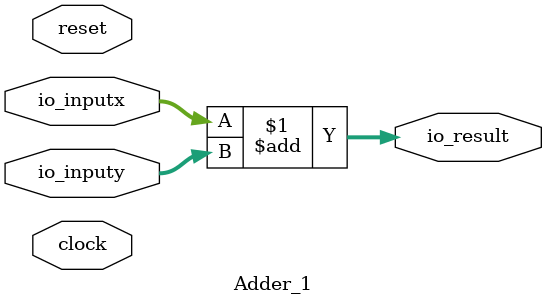
<source format=v>
module Adder_1(
  input         clock,
  input         reset,
  input  [31:0] io_inputx,
  input  [31:0] io_inputy,
  output [31:0] io_result
);
  assign io_result = io_inputx + io_inputy;
endmodule

</source>
